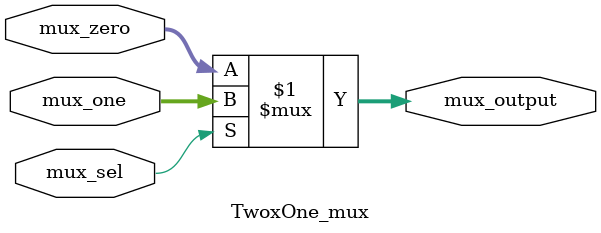
<source format=v>
module TwoxOne_mux (mux_zero,mux_one,mux_output,mux_sel);

input wire [31:0] mux_zero;
input wire [31:0] mux_one;
input wire mux_sel;
output wire [31:0] mux_output;

assign mux_output = (mux_sel)?mux_one:mux_zero;


endmodule

</source>
